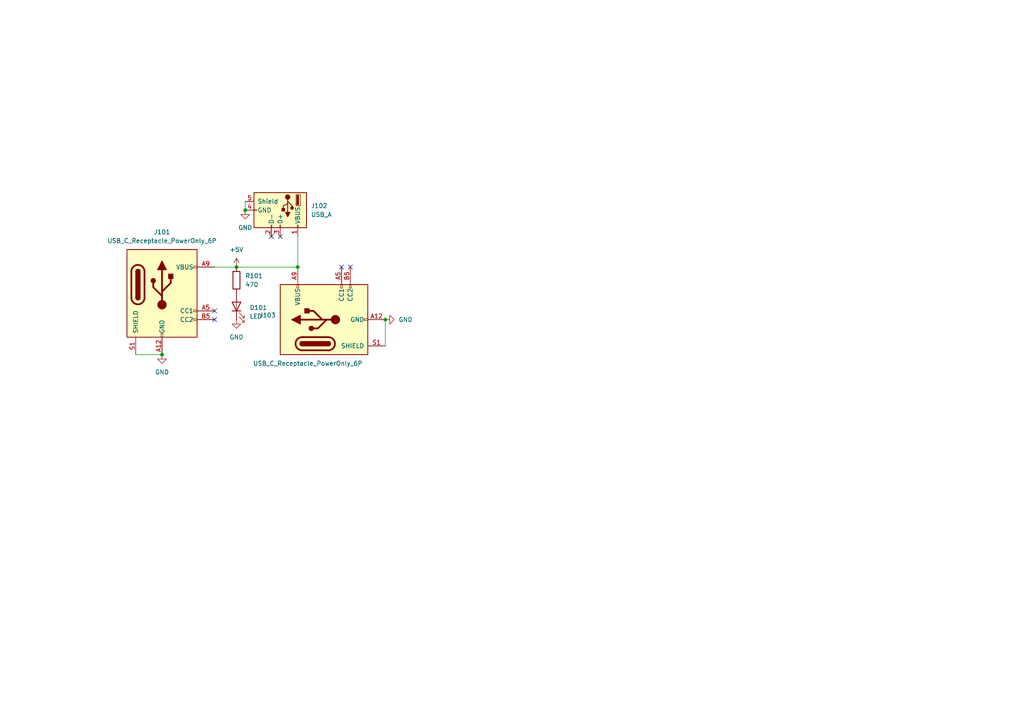
<source format=kicad_sch>
(kicad_sch (version 20250114) (generator "eeschema") (generator_version "9.0")
  (paper "A4")
  (lib_symbols
    (symbol "Connector:USB_A" (pin_names (offset 1.016))
      (property "Reference" "J" (at -5.08 11.43 0))
      (property "Value" "USB_A" (at -5.08 8.89 0))
      (symbol "USB_A_0_1"
        (rectangle (start -5.08 -7.62) (end 5.08 7.62) (stroke (width 0.254)) (fill (type background)))
        (circle (center -3.81 2.159) (radius 0.635) (stroke (width 0.254)) (fill (type outline)))
        (polyline (pts (xy -3.175 2.159) (xy -2.54 2.159) (xy -1.27 3.429) (xy -0.635 3.429)) (stroke (width 0.254)))
        (polyline (pts (xy -2.54 2.159) (xy -1.905 2.159) (xy -1.27 0.889) (xy 0 0.889)) (stroke (width 0.254)))
        (rectangle (start -1.524 4.826) (end -4.318 5.334) (fill (type outline)))
        (rectangle (start -1.27 4.572) (end -4.572 5.842))
        (circle (center -0.635 3.429) (radius 0.381) (stroke (width 0.254)) (fill (type outline)))
        (rectangle (start -0.127 -7.62) (end 0.127 -6.858))
        (rectangle (start 0.254 1.27) (end -0.508 0.508) (stroke (width 0.254)) (fill (type outline)))
        (polyline (pts (xy 0.635 2.794) (xy 0.635 1.524) (xy 1.905 2.159) (xy 0.635 2.794)) (stroke (width 0.254)) (fill (type outline)))
        (rectangle (start 5.08 4.953) (end 4.318 5.207))
        (rectangle (start 5.08 -0.127) (end 4.318 0.127))
        (rectangle (start 5.08 -2.667) (end 4.318 -2.413))
      )
      (symbol "USB_A_1_1"
        (polyline (pts (xy -1.905 2.159) (xy 0.635 2.159)) (stroke (width 0.254)))
        (pin passive line (at -2.54 -10.16 90) (length 2.54) (name "Shield") (number "5"))
        (pin power_in line (at 0 -10.16 90) (length 2.54) (name "GND") (number "4"))
        (pin power_in line (at 7.62 5.08 180) (length 2.54) (name "VBUS") (number "1"))
        (pin bidirectional line (at 7.62 0 180) (length 2.54) (name "D+") (number "3"))
        (pin bidirectional line (at 7.62 -2.54 180) (length 2.54) (name "D-") (number "2"))
      )
    )
    (symbol "Connector:USB_C_Receptacle_PowerOnly_6P" (pin_names (offset 1.016))
      (property "Reference" "J" (at 0 16.51 0))
      (property "Value" "USB_C_Receptacle_PowerOnly_6P" (at 0 13.97 0))
      (symbol "USB_C_Receptacle_PowerOnly_6P_0_0"
        (rectangle (start -0.254 -12.7) (end 0.254 -11.684))
        (rectangle (start 10.16 7.874) (end 9.144 7.366))
        (rectangle (start 10.16 -4.826) (end 9.144 -5.334))
        (rectangle (start 10.16 -7.366) (end 9.144 -7.874))
      )
      (symbol "USB_C_Receptacle_PowerOnly_6P_0_1"
        (rectangle (start -10.16 12.7) (end 10.16 -12.7) (stroke (width 0.254)) (fill (type background)))
        (polyline (pts (xy -8.89 -1.27) (xy -8.89 6.35)) (stroke (width 0.508)))
        (rectangle (start -7.62 -1.27) (end -6.35 6.35) (stroke (width 0.254)) (fill (type outline)))
        (arc (start -7.62 6.35) (mid -6.985 6.9823) (end -6.35 6.35) (stroke (width 0.254)))
        (arc (start -7.62 6.35) (mid -6.985 6.9823) (end -6.35 6.35) (stroke (width 0.254)) (fill (type outline)))
        (arc (start -8.89 6.35) (mid -6.985 8.2467) (end -5.08 6.35) (stroke (width 0.508)))
        (arc (start -5.08 -1.27) (mid -6.985 -3.1667) (end -8.89 -1.27) (stroke (width 0.508)))
        (arc (start -6.35 -1.27) (mid -6.985 -1.9023) (end -7.62 -1.27) (stroke (width 0.254)))
        (arc (start -6.35 -1.27) (mid -6.985 -1.9023) (end -7.62 -1.27) (stroke (width 0.254)) (fill (type outline)))
        (polyline (pts (xy -5.08 6.35) (xy -5.08 -1.27)) (stroke (width 0.508)))
        (circle (center -2.54 3.683) (radius 0.635) (stroke (width 0.254)) (fill (type outline)))
        (polyline (pts (xy -1.27 6.858) (xy 0 9.398) (xy 1.27 6.858) (xy -1.27 6.858)) (stroke (width 0.254)) (fill (type outline)))
        (polyline (pts (xy 0 0.508) (xy 2.54 3.048) (xy 2.54 4.318)) (stroke (width 0.508)))
        (polyline (pts (xy 0 -0.762) (xy -2.54 1.778) (xy -2.54 3.048)) (stroke (width 0.508)))
        (polyline (pts (xy 0 -3.302) (xy 0 6.858)) (stroke (width 0.508)))
        (circle (center 0 -3.302) (radius 1.27) (fill (type outline)))
        (rectangle (start 1.905 4.318) (end 3.175 5.588) (stroke (width 0.254)) (fill (type outline)))
      )
      (symbol "USB_C_Receptacle_PowerOnly_6P_1_1"
        (pin passive line (at -7.62 -17.78 90) (length 5.08) (name "SHIELD") (number "S1"))
        (pin passive line (at 0 -17.78 90) (length 5.08) (name "GND") (number "A12"))
        (pin passive line (at 0 -17.78 90) (length 5.08) (hide yes) (name "GND") (number "B12"))
        (pin passive line (at 15.24 7.62 180) (length 5.08) (name "VBUS") (number "A9"))
        (pin passive line (at 15.24 7.62 180) (length 5.08) (hide yes) (name "VBUS") (number "B9"))
        (pin bidirectional line (at 15.24 -5.08 180) (length 5.08) (name "CC1") (number "A5"))
        (pin bidirectional line (at 15.24 -7.62 180) (length 5.08) (name "CC2") (number "B5"))
      )
    )
    (symbol "Device:LED" (pin_numbers (hide yes)) (pin_names (offset 1.016) (hide yes))
      (property "Reference" "D" (at 0 2.54 0))
      (property "Value" "LED" (at 0 -2.54 0))
      (symbol "LED_0_1"
        (polyline (pts (xy -3.048 -0.762) (xy -4.572 -2.286) (xy -3.81 -2.286) (xy -4.572 -2.286) (xy -4.572 -1.524)))
        (polyline (pts (xy -1.778 -0.762) (xy -3.302 -2.286) (xy -2.54 -2.286) (xy -3.302 -2.286) (xy -3.302 -1.524)))
        (polyline (pts (xy -1.27 0) (xy 1.27 0)))
        (polyline (pts (xy -1.27 -1.27) (xy -1.27 1.27)) (stroke (width 0.254)))
        (polyline (pts (xy 1.27 -1.27) (xy 1.27 1.27) (xy -1.27 0) (xy 1.27 -1.27)) (stroke (width 0.254)))
      )
      (symbol "LED_1_1"
        (pin passive line (at -3.81 0 0) (length 2.54) (name "K") (number "1"))
        (pin passive line (at 3.81 0 180) (length 2.54) (name "A") (number "2"))
      )
    )
    (symbol "Device:R" (pin_numbers (hide yes)) (pin_names (offset 0))
      (property "Reference" "R" (at 2.032 0 90))
      (property "Value" "R" (at 0 0 90))
      (symbol "R_0_1"
        (rectangle (start -1.016 -2.54) (end 1.016 2.54) (stroke (width 0.254)))
      )
      (symbol "R_1_1"
        (pin passive line (at 0 3.81 270) (length 1.27) (name "~") (number "1"))
        (pin passive line (at 0 -3.81 90) (length 1.27) (name "~") (number "2"))
      )
    )
    (symbol "power:+5V" (power) (pin_numbers (hide yes)) (pin_names (offset 0) (hide yes))
      (property "Value" "+5V" (at 0 3.556 0))
      (symbol "+5V_0_1"
        (polyline (pts (xy -0.762 1.27) (xy 0 2.54)))
        (polyline (pts (xy 0 2.54) (xy 0.762 1.27)))
        (polyline (pts (xy 0 0) (xy 0 2.54)))
      )
      (symbol "+5V_1_1"
        (pin power_in line (at 0 0 90) (length 0) (name "~") (number "1"))
      )
    )
    (symbol "power:GND" (power) (pin_numbers (hide yes)) (pin_names (offset 0) (hide yes))
      (property "Value" "GND" (at 0 -3.81 0))
      (symbol "GND_0_1"
        (polyline (pts (xy 0 0) (xy 0 -1.27) (xy 1.27 -1.27) (xy 0 -2.54) (xy -1.27 -1.27) (xy 0 -1.27)))
      )
      (symbol "GND_1_1"
        (pin power_in line (at 0 0 270) (length 0) (name "~") (number "1"))
      )
    )
  )
  (junction (at 111.76 92.71))
  (junction (at 46.99 102.87))
  (junction (at 86.36 77.47))
  (junction (at 71.12 60.96))
  (junction (at 68.58 77.47))
  (no_connect (at 62.23 90.17))
  (no_connect (at 99.06 77.47))
  (no_connect (at 81.28 68.58))
  (no_connect (at 62.23 92.71))
  (no_connect (at 78.74 68.58))
  (no_connect (at 101.6 77.47))
  (wire (pts (xy 111.76 92.71) (xy 111.76 100.33)))
  (wire (pts (xy 68.58 77.47) (xy 86.36 77.47)))
  (wire (pts (xy 71.12 58.42) (xy 71.12 60.96)))
  (wire (pts (xy 86.36 77.47) (xy 86.36 68.58)))
  (wire (pts (xy 39.37 102.87) (xy 46.99 102.87)))
  (wire (pts (xy 62.23 77.47) (xy 68.58 77.47)))
  (symbol (lib_id "power:GND") (at 71.12 60.96 0) (unit 1)
    (property "Reference" "#PWR0101" (effects (hide yes)))
    (property "Value" "GND" (at 71.12 66.04 0))
    (property "Description" "Power symbol creates a global label with name \"GND\" , ground" (effects (hide yes)))
  )
  (symbol (lib_id "power:GND") (at 111.76 92.71 90) (unit 1)
    (property "Reference" "#PWR0103" (effects (hide yes)))
    (property "Value" "GND" (at 115.57 92.7099 90) (effects (justify right)))
    (property "Description" "Power symbol creates a global label with name \"GND\" , ground" (effects (hide yes)))
  )
  (symbol (lib_id "power:+5V") (at 68.58 77.47 0) (unit 1)
    (property "Reference" "#PWR0104" (effects (hide yes)))
    (property "Value" "+5V" (at 68.58 72.39 0))
    (property "Description" "Power symbol creates a global label with name \"+5V\"" (effects (hide yes)))
  )
  (symbol (lib_id "power:GND") (at 46.99 102.87 0) (unit 1)
    (property "Reference" "#PWR0102" (effects (hide yes)))
    (property "Value" "GND" (at 46.99 107.95 0))
    (property "Description" "Power symbol creates a global label with name \"GND\" , ground" (effects (hide yes)))
  )
  (symbol (lib_id "Device:R") (at 68.58 81.28 180) (unit 1)
    (property "Reference" "R101" (at 71.12 80.0099 0) (effects (justify right)))
    (property "Value" "470" (at 71.12 82.5499 0) (effects (justify right)))
    (property "Footprint" "Resistor_SMD:R_0402_1005Metric" (effects (hide yes)))
    (property "Description" "Resistor" (effects (hide yes)))
  )
  (symbol (lib_id "Connector:USB_C_Receptacle_PowerOnly_6P") (at 46.99 85.09 0) (unit 1)
    (property "Reference" "J101" (at 46.99 67.31 0))
    (property "Value" "USB_C_Receptacle_PowerOnly_6P" (at 46.99 69.85 0))
    (property "Footprint" "Connector_USB:USB_C_Receptacle_GCT_USB4135-GF-A_6P_TopMnt_Horizontal" (effects (hide yes)))
    (property "Datasheet" "https://www.usb.org/sites/default/files/documents/usb_type-c.zip" (effects (hide yes)))
    (property "Description" "USB Power-Only 6P Type-C Receptacle connector" (effects (hide yes)))
  )
  (symbol (lib_id "Connector:USB_C_Receptacle_PowerOnly_6P") (at 93.98 92.71 90) (unit 1)
    (property "Reference" "J103" (at 80.01 91.4399 90) (effects (justify left)))
    (property "Value" "USB_C_Receptacle_PowerOnly_6P" (at 105.156 105.41 90) (effects (justify left)))
    (property "Footprint" "Connector_USB:USB_C_Receptacle_GCT_USB4135-GF-A_6P_TopMnt_Horizontal" (effects (hide yes)))
    (property "Datasheet" "https://www.usb.org/sites/default/files/documents/usb_type-c.zip" (effects (hide yes)))
    (property "Description" "USB Power-Only 6P Type-C Receptacle connector" (effects (hide yes)))
  )
  (symbol (lib_id "Connector:USB_A") (at 81.28 60.96 270) (unit 1)
    (property "Reference" "J102" (at 90.17 59.6899 90) (effects (justify left)))
    (property "Value" "USB_A" (at 90.17 62.2299 90) (effects (justify left)))
    (property "Footprint" "Connector_USB:USB_A_Receptacle_GCT_USB1046" (effects (hide yes)))
    (property "Description" "USB Type A connector" (effects (hide yes)))
  )
  (symbol (lib_id "Device:LED") (at 68.58 88.9 90) (unit 1)
    (property "Reference" "D101" (at 72.39 89.2174 90) (effects (justify right)))
    (property "Value" "LED" (at 72.39 91.7574 90) (effects (justify right)))
    (property "Footprint" "LED_SMD:LED_0402_1005Metric" (effects (hide yes)))
    (property "Description" "Light emitting diode" (effects (hide yes)))
    (property "Sim.Pins" "1=K 2=A" (effects (hide yes)))
  )
  (symbol (lib_id "power:GND") (at 68.58 92.71 0) (unit 1)
    (property "Reference" "#PWR0105" (effects (hide yes)))
    (property "Value" "GND" (at 68.58 97.79 0))
    (property "Description" "Power symbol creates a global label with name \"GND\" , ground" (effects (hide yes)))
  )
)
</source>
